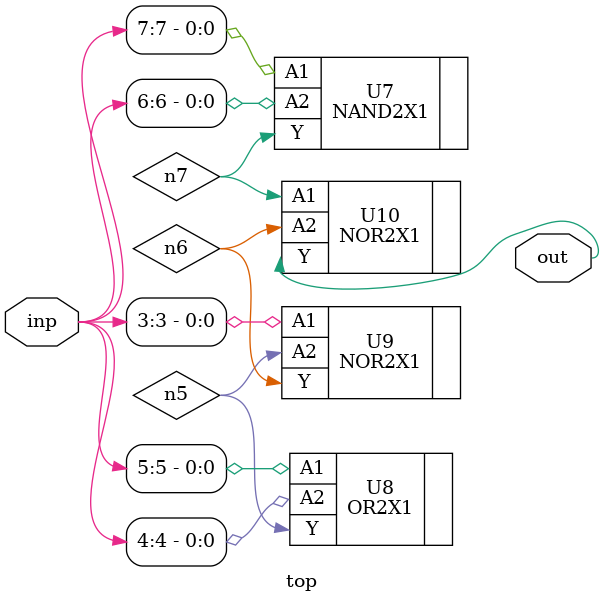
<source format=sv>


module top ( inp, out );
  input [7:0] inp;
  output out;
  wire   n5, n6, n7;

  NAND2X1 U7 ( .A1(inp[7]), .A2(inp[6]), .Y(n7) );
  OR2X1 U8 ( .A1(inp[5]), .A2(inp[4]), .Y(n5) );
  NOR2X1 U9 ( .A1(inp[3]), .A2(n5), .Y(n6) );
  NOR2X1 U10 ( .A1(n7), .A2(n6), .Y(out) );
endmodule


</source>
